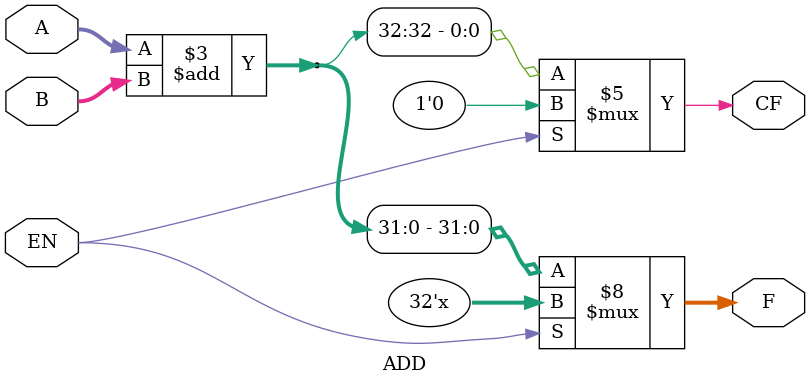
<source format=v>
`timescale 1ns / 1ps


module ADD(F, CF, A, B, EN);
    parameter N = 32;
    input EN;
    input [N-1:0] A, B;
    output reg [N-1:0] F;
    output reg CF;
    
    always @(A, B, EN) begin
        if(EN == 0) {CF, F} <= A + B;
        else begin F <= 32'bz; CF = 0; end
    end
endmodule

</source>
